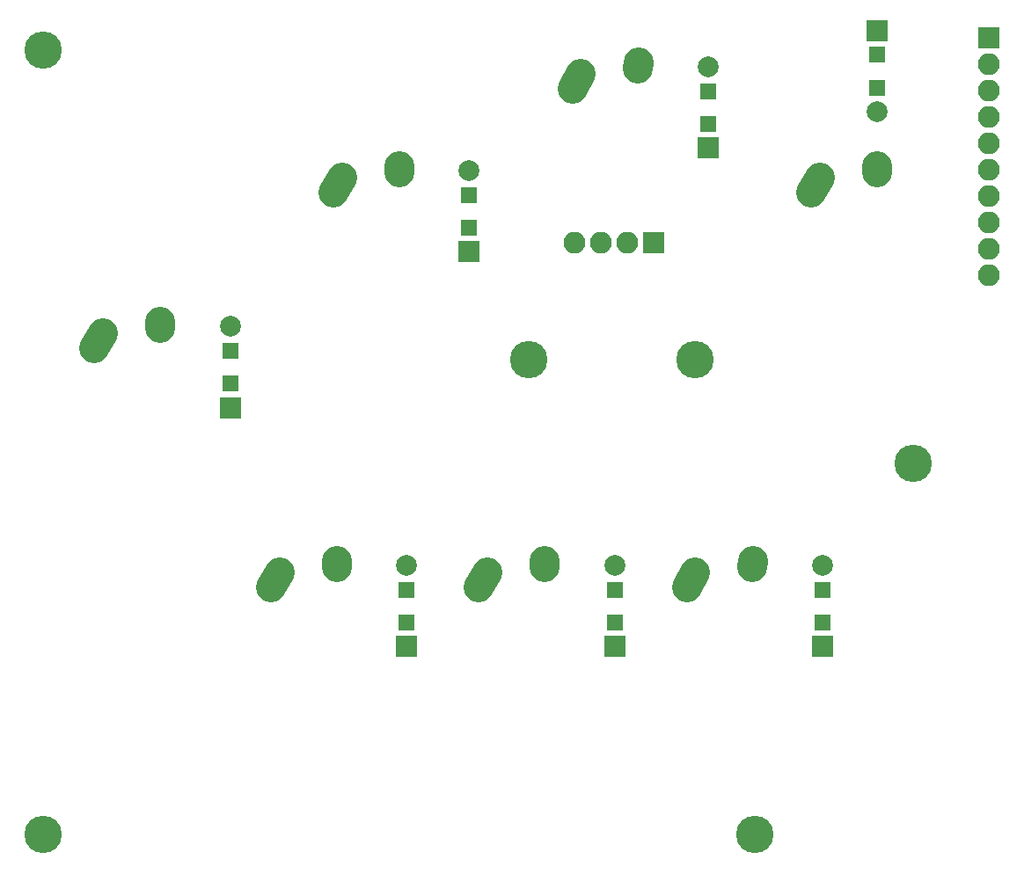
<source format=gbr>
G04 #@! TF.FileFunction,Soldermask,Top*
%FSLAX46Y46*%
G04 Gerber Fmt 4.6, Leading zero omitted, Abs format (unit mm)*
G04 Created by KiCad (PCBNEW 4.0.7) date 12/09/17 16:12:22*
%MOMM*%
%LPD*%
G01*
G04 APERTURE LIST*
%ADD10C,0.100000*%
%ADD11C,3.600000*%
%ADD12R,1.600000X1.600000*%
%ADD13R,2.000000X2.000000*%
%ADD14C,2.000000*%
%ADD15R,2.100000X2.100000*%
%ADD16O,2.100000X2.100000*%
%ADD17C,2.900000*%
G04 APERTURE END LIST*
D10*
D11*
X187500000Y-73500000D03*
X172250000Y-109250000D03*
X103750000Y-109250000D03*
D12*
X184000000Y-37325000D03*
X184000000Y-34175000D03*
D13*
X184000000Y-31850000D03*
D14*
X184000000Y-39650000D03*
D12*
X167750000Y-37675000D03*
X167750000Y-40825000D03*
D13*
X167750000Y-43150000D03*
D14*
X167750000Y-35350000D03*
D12*
X144750000Y-47675000D03*
X144750000Y-50825000D03*
D13*
X144750000Y-53150000D03*
D14*
X144750000Y-45350000D03*
D12*
X121750000Y-62675000D03*
X121750000Y-65825000D03*
D13*
X121750000Y-68150000D03*
D14*
X121750000Y-60350000D03*
D12*
X178750000Y-85675000D03*
X178750000Y-88825000D03*
D13*
X178750000Y-91150000D03*
D14*
X178750000Y-83350000D03*
D12*
X158750000Y-85675000D03*
X158750000Y-88825000D03*
D13*
X158750000Y-91150000D03*
D14*
X158750000Y-83350000D03*
D12*
X138750000Y-85675000D03*
X138750000Y-88825000D03*
D13*
X138750000Y-91150000D03*
D14*
X138750000Y-83350000D03*
D15*
X194750000Y-32500000D03*
D16*
X194750000Y-35040000D03*
X194750000Y-37580000D03*
X194750000Y-40120000D03*
X194750000Y-42660000D03*
X194750000Y-45200000D03*
X194750000Y-47740000D03*
X194750000Y-50280000D03*
X194750000Y-52820000D03*
X194750000Y-55360000D03*
D15*
X162500000Y-52250000D03*
D16*
X159960000Y-52250000D03*
X157420000Y-52250000D03*
X154880000Y-52250000D03*
D17*
X178500453Y-46000046D02*
X177689547Y-47459954D01*
X184039724Y-44920672D02*
X184000276Y-45499328D01*
X155500453Y-36000046D02*
X154689547Y-37459954D01*
X161039724Y-34920672D02*
X161000276Y-35499328D01*
X132500453Y-46000046D02*
X131689547Y-47459954D01*
X138039724Y-44920672D02*
X138000276Y-45499328D01*
X109500453Y-61000046D02*
X108689547Y-62459954D01*
X115039724Y-59920672D02*
X115000276Y-60499328D01*
X166500453Y-84000046D02*
X165689547Y-85459954D01*
X172039724Y-82920672D02*
X172000276Y-83499328D01*
X146500453Y-84000046D02*
X145689547Y-85459954D01*
X152039724Y-82920672D02*
X152000276Y-83499328D01*
X126500453Y-84000046D02*
X125689547Y-85459954D01*
X132039724Y-82920672D02*
X132000276Y-83499328D01*
D11*
X166500000Y-63500000D03*
X150500000Y-63500000D03*
X103750000Y-33750000D03*
M02*

</source>
